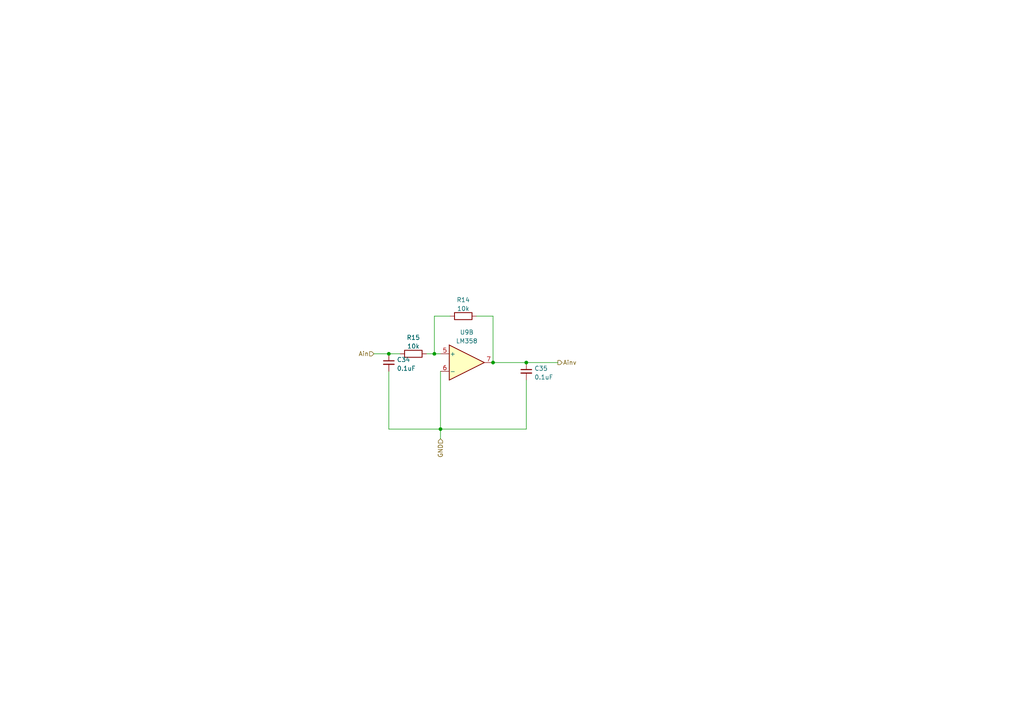
<source format=kicad_sch>
(kicad_sch (version 20211123) (generator eeschema)
  (paper "A4")
  (lib_symbols
    (symbol "Amplifier_Operational:LM358" (pin_names (offset 0.127))
      (property "Reference" "U" (at 0 5.08 0))
      (property "Value" "LM358" (at 0 -5.08 0))
      (symbol "LM358_1_1"
        (polyline (pts (xy -5.08 5.08) (xy 5.08 0) (xy -5.08 -5.08) (xy -5.08 5.08)) (stroke (width 0.254)) (fill (type background)))
        (pin output line (at 7.62 0 180) (length 2.54) (name "~") (number "1"))
        (pin input line (at -7.62 -2.54 0) (length 2.54) (name "-") (number "2"))
        (pin input line (at -7.62 2.54 0) (length 2.54) (name "+") (number "3"))
      )
      (symbol "LM358_2_1"
        (polyline (pts (xy -5.08 5.08) (xy 5.08 0) (xy -5.08 -5.08) (xy -5.08 5.08)) (stroke (width 0.254)) (fill (type background)))
        (pin input line (at -7.62 2.54 0) (length 2.54) (name "+") (number "5"))
        (pin input line (at -7.62 -2.54 0) (length 2.54) (name "-") (number "6"))
        (pin output line (at 7.62 0 180) (length 2.54) (name "~") (number "7"))
      )
      (symbol "LM358_3_1"
        (pin power_in line (at -2.54 -7.62 90) (length 3.81) (name "V-") (number "4"))
        (pin power_in line (at -2.54 7.62 270) (length 3.81) (name "V+") (number "8"))
      )
    )
    (symbol "Device:C_Small" (pin_numbers hide) (pin_names (offset 0.254) hide)
      (property "Reference" "C" (at 0.254 1.778 0))
      (property "Value" "C_Small" (at 0.254 -2.032 0))
      (symbol "C_Small_0_1"
        (polyline (pts (xy -1.524 -0.508) (xy 1.524 -0.508)) (stroke (width 0.3302)))
        (polyline (pts (xy -1.524 0.508) (xy 1.524 0.508)) (stroke (width 0.3048)))
      )
      (symbol "C_Small_1_1"
        (pin passive line (at 0 2.54 270) (length 2.032) (name "~") (number "1"))
        (pin passive line (at 0 -2.54 90) (length 2.032) (name "~") (number "2"))
      )
    )
    (symbol "Device:R" (pin_numbers hide) (pin_names (offset 0))
      (property "Reference" "R" (at 2.032 0 90))
      (property "Value" "R" (at 0 0 90))
      (symbol "R_0_1"
        (rectangle (start -1.016 -2.54) (end 1.016 2.54) (stroke (width 0.254)))
      )
      (symbol "R_1_1"
        (pin passive line (at 0 3.81 270) (length 1.27) (name "~") (number "1"))
        (pin passive line (at 0 -3.81 90) (length 1.27) (name "~") (number "2"))
      )
    )
  )
  (junction (at 152.654 105.156))
  (junction (at 112.776 102.616))
  (junction (at 143.002 105.156))
  (junction (at 127.762 124.46))
  (junction (at 125.984 102.616))
  (wire (pts (xy 152.654 105.156) (xy 161.798 105.156)))
  (wire (pts (xy 125.984 91.694) (xy 125.984 102.616)))
  (wire (pts (xy 127.762 124.46) (xy 152.654 124.46)))
  (wire (pts (xy 138.176 91.694) (xy 143.002 91.694)))
  (wire (pts (xy 112.776 102.616) (xy 116.078 102.616)))
  (wire (pts (xy 127.762 107.696) (xy 127.762 124.46)))
  (wire (pts (xy 112.776 107.696) (xy 112.776 124.46)))
  (wire (pts (xy 108.458 102.616) (xy 112.776 102.616)))
  (wire (pts (xy 130.556 91.694) (xy 125.984 91.694)))
  (wire (pts (xy 143.002 91.694) (xy 143.002 105.156)))
  (wire (pts (xy 152.654 124.46) (xy 152.654 110.236)))
  (wire (pts (xy 127.762 124.46) (xy 127.762 127.254)))
  (wire (pts (xy 143.002 105.156) (xy 152.654 105.156)))
  (wire (pts (xy 125.984 102.616) (xy 127.762 102.616)))
  (wire (pts (xy 112.776 124.46) (xy 127.762 124.46)))
  (wire (pts (xy 123.698 102.616) (xy 125.984 102.616)))
  (hierarchical_label "Ain" (shape input) (at 108.458 102.616 180))
  (hierarchical_label "Ainv" (shape output) (at 161.798 105.156 0))
  (hierarchical_label "GND" (shape input) (at 127.762 127.254 270))
  (symbol (lib_id "Device:C_Small") (at 112.776 105.156 0) (unit 1)
    (property "Reference" "C34" (at 115.1001 104.3276 0) (effects (justify left)))
    (property "Value" "0.1uF" (at 115.1001 106.8645 0) (effects (justify left)))
    (property "Footprint" "Capacitor_SMD:C_0603_1608Metric" (effects hide))
  )
  (symbol (lib_id "Amplifier_Operational:LM358") (at 135.382 105.156 0) (unit 2)
    (property "Reference" "U9" (at 135.382 96.3762 0))
    (property "Value" "LM358" (at 135.382 98.9131 0))
    (property "Datasheet" "http://www.ti.com/lit/ds/symlink/lm2904-n.pdf" (effects hide))
  )
  (symbol (lib_id "Device:C_Small") (at 152.654 107.696 0) (unit 1)
    (property "Reference" "C35" (at 154.9781 106.8676 0) (effects (justify left)))
    (property "Value" "0.1uF" (at 154.9781 109.4045 0) (effects (justify left)))
    (property "Footprint" "Capacitor_SMD:C_0603_1608Metric" (effects hide))
  )
  (symbol (lib_id "Device:R") (at 119.888 102.616 90) (unit 1)
    (property "Reference" "R15" (at 119.888 97.9002 90))
    (property "Value" "10k" (at 119.888 100.4371 90))
    (property "Footprint" "Resistor_SMD:R_0603_1608Metric" (effects hide))
  )
  (symbol (lib_id "Device:R") (at 134.366 91.694 90) (unit 1)
    (property "Reference" "R14" (at 134.366 86.9782 90))
    (property "Value" "10k" (at 134.366 89.5151 90))
    (property "Footprint" "Resistor_SMD:R_0603_1608Metric" (effects hide))
  )
)
</source>
